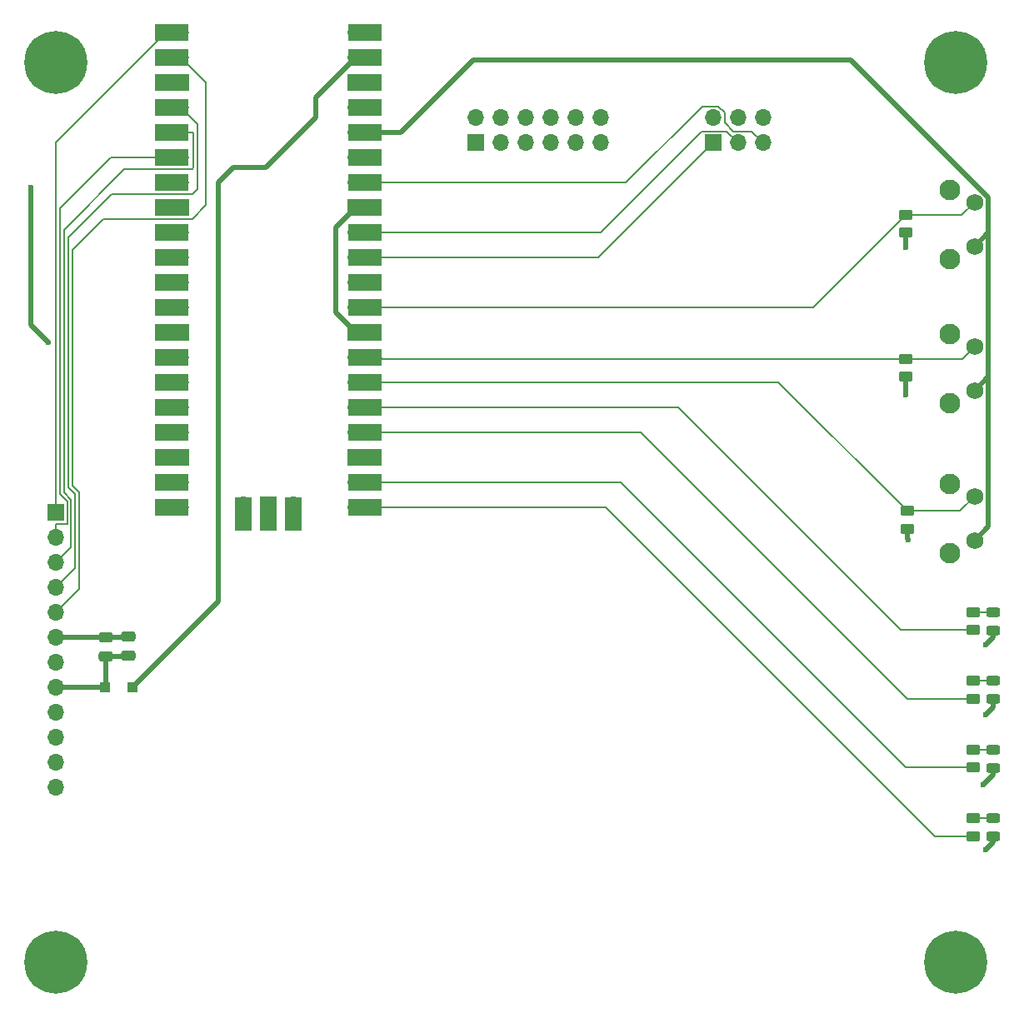
<source format=gbr>
%TF.GenerationSoftware,KiCad,Pcbnew,8.0.7-8.0.7-0~ubuntu22.04.1*%
%TF.CreationDate,2025-01-12T13:00:57-08:00*%
%TF.ProjectId,multichannelheaterdriver_mcu,6d756c74-6963-4686-916e-6e656c686561,rev?*%
%TF.SameCoordinates,Original*%
%TF.FileFunction,Copper,L1,Top*%
%TF.FilePolarity,Positive*%
%FSLAX46Y46*%
G04 Gerber Fmt 4.6, Leading zero omitted, Abs format (unit mm)*
G04 Created by KiCad (PCBNEW 8.0.7-8.0.7-0~ubuntu22.04.1) date 2025-01-12 13:00:57*
%MOMM*%
%LPD*%
G01*
G04 APERTURE LIST*
G04 Aperture macros list*
%AMRoundRect*
0 Rectangle with rounded corners*
0 $1 Rounding radius*
0 $2 $3 $4 $5 $6 $7 $8 $9 X,Y pos of 4 corners*
0 Add a 4 corners polygon primitive as box body*
4,1,4,$2,$3,$4,$5,$6,$7,$8,$9,$2,$3,0*
0 Add four circle primitives for the rounded corners*
1,1,$1+$1,$2,$3*
1,1,$1+$1,$4,$5*
1,1,$1+$1,$6,$7*
1,1,$1+$1,$8,$9*
0 Add four rect primitives between the rounded corners*
20,1,$1+$1,$2,$3,$4,$5,0*
20,1,$1+$1,$4,$5,$6,$7,0*
20,1,$1+$1,$6,$7,$8,$9,0*
20,1,$1+$1,$8,$9,$2,$3,0*%
G04 Aperture macros list end*
%TA.AperFunction,SMDPad,CuDef*%
%ADD10RoundRect,0.243750X0.456250X-0.243750X0.456250X0.243750X-0.456250X0.243750X-0.456250X-0.243750X0*%
%TD*%
%TA.AperFunction,ComponentPad*%
%ADD11C,2.100000*%
%TD*%
%TA.AperFunction,ComponentPad*%
%ADD12C,1.750000*%
%TD*%
%TA.AperFunction,SMDPad,CuDef*%
%ADD13RoundRect,0.250000X0.475000X-0.250000X0.475000X0.250000X-0.475000X0.250000X-0.475000X-0.250000X0*%
%TD*%
%TA.AperFunction,SMDPad,CuDef*%
%ADD14RoundRect,0.250000X0.450000X-0.262500X0.450000X0.262500X-0.450000X0.262500X-0.450000X-0.262500X0*%
%TD*%
%TA.AperFunction,SMDPad,CuDef*%
%ADD15RoundRect,0.250000X-0.450000X0.262500X-0.450000X-0.262500X0.450000X-0.262500X0.450000X0.262500X0*%
%TD*%
%TA.AperFunction,ComponentPad*%
%ADD16R,1.700000X1.700000*%
%TD*%
%TA.AperFunction,ComponentPad*%
%ADD17O,1.700000X1.700000*%
%TD*%
%TA.AperFunction,ComponentPad*%
%ADD18C,6.400000*%
%TD*%
%TA.AperFunction,SMDPad,CuDef*%
%ADD19R,3.500000X1.700000*%
%TD*%
%TA.AperFunction,SMDPad,CuDef*%
%ADD20R,1.700000X3.500000*%
%TD*%
%TA.AperFunction,SMDPad,CuDef*%
%ADD21RoundRect,0.250000X0.300000X0.300000X-0.300000X0.300000X-0.300000X-0.300000X0.300000X-0.300000X0*%
%TD*%
%TA.AperFunction,ViaPad*%
%ADD22C,0.600000*%
%TD*%
%TA.AperFunction,Conductor*%
%ADD23C,0.500000*%
%TD*%
%TA.AperFunction,Conductor*%
%ADD24C,0.200000*%
%TD*%
G04 APERTURE END LIST*
D10*
%TO.P,D4,1,K*%
%TO.N,GND*%
X100332500Y-83752500D03*
%TO.P,D4,2,A*%
%TO.N,Net-(D4-A)*%
X100332500Y-81877500D03*
%TD*%
D11*
%TO.P,SW2,*%
%TO.N,*%
X95937500Y-32670000D03*
X95937500Y-39680000D03*
D12*
%TO.P,SW2,1,A*%
%TO.N,/SW2*%
X98427500Y-33920000D03*
%TO.P,SW2,2,B*%
%TO.N,+3V3*%
X98427500Y-38420000D03*
%TD*%
D13*
%TO.P,C2,1*%
%TO.N,+5V*%
X12446000Y-65339000D03*
%TO.P,C2,2*%
%TO.N,GND*%
X12446000Y-63439000D03*
%TD*%
D14*
%TO.P,R7,1*%
%TO.N,Net-(U1-GPIO19)*%
X98298000Y-62738000D03*
%TO.P,R7,2*%
%TO.N,Net-(D5-A)*%
X98298000Y-60913000D03*
%TD*%
D15*
%TO.P,R5,1*%
%TO.N,/SW2*%
X91440000Y-35179000D03*
%TO.P,R5,2*%
%TO.N,GND*%
X91440000Y-37004000D03*
%TD*%
D10*
%TO.P,D5,1,K*%
%TO.N,GND*%
X100332500Y-62797500D03*
%TO.P,D5,2,A*%
%TO.N,Net-(D5-A)*%
X100332500Y-60922500D03*
%TD*%
D16*
%TO.P,J1,1,Pin_1*%
%TO.N,/~{RESET}*%
X5080000Y-50800000D03*
D17*
%TO.P,J1,2,Pin_2*%
%TO.N,/SDO*%
X5080000Y-53340000D03*
%TO.P,J1,3,Pin_3*%
%TO.N,/SDI*%
X5080000Y-55880000D03*
%TO.P,J1,4,Pin_4*%
%TO.N,/SCLK*%
X5080000Y-58420000D03*
%TO.P,J1,5,Pin_5*%
%TO.N,/~{CS}*%
X5080000Y-60960000D03*
%TO.P,J1,6,Pin_6*%
%TO.N,GND*%
X5080000Y-63500000D03*
%TO.P,J1,7,Pin_7*%
%TO.N,unconnected-(J1-Pin_7-Pad7)*%
X5080000Y-66040000D03*
%TO.P,J1,8,Pin_8*%
%TO.N,+5V*%
X5080000Y-68580000D03*
%TO.P,J1,9,Pin_9*%
%TO.N,/GPIO0{slash}~{ALARMIN}*%
X5080000Y-71120000D03*
%TO.P,J1,10,Pin_10*%
%TO.N,/GPIO1{slash}~{ALARMOUT}*%
X5080000Y-73660000D03*
%TO.P,J1,11,Pin_11*%
%TO.N,/GPIO2{slash}~{ADCTRIG}*%
X5080000Y-76200000D03*
%TO.P,J1,12,Pin_12*%
%TO.N,/GPIO3{slash}~{DAV}*%
X5080000Y-78740000D03*
%TD*%
D15*
%TO.P,R6,1*%
%TO.N,/SW3*%
X91567000Y-50649500D03*
%TO.P,R6,2*%
%TO.N,GND*%
X91567000Y-52474500D03*
%TD*%
D11*
%TO.P,SW3,*%
%TO.N,*%
X95937500Y-47910000D03*
X95937500Y-54920000D03*
D12*
%TO.P,SW3,1,A*%
%TO.N,/SW3*%
X98427500Y-49160000D03*
%TO.P,SW3,2,B*%
%TO.N,+3V3*%
X98427500Y-53660000D03*
%TD*%
D18*
%TO.P,H2,1,1*%
%TO.N,GND*%
X5080000Y-96520000D03*
%TD*%
D13*
%TO.P,C1,1*%
%TO.N,+5V*%
X10160000Y-65405000D03*
%TO.P,C1,2*%
%TO.N,GND*%
X10160000Y-63505000D03*
%TD*%
D11*
%TO.P,SW1,*%
%TO.N,*%
X95937500Y-18020000D03*
X95937500Y-25030000D03*
D12*
%TO.P,SW1,1,A*%
%TO.N,/SW1*%
X98427500Y-19270000D03*
%TO.P,SW1,2,B*%
%TO.N,+3V3*%
X98427500Y-23770000D03*
%TD*%
D16*
%TO.P,J3,1,Pin_1*%
%TO.N,/ADC0*%
X71882000Y-13208000D03*
D17*
%TO.P,J3,2,Pin_2*%
%TO.N,GND*%
X71882000Y-10668000D03*
%TO.P,J3,3,Pin_3*%
%TO.N,/ADC1*%
X74422000Y-13208000D03*
%TO.P,J3,4,Pin_4*%
%TO.N,GND*%
X74422000Y-10668000D03*
%TO.P,J3,5,Pin_5*%
%TO.N,/ADC2*%
X76962000Y-13208000D03*
%TO.P,J3,6,Pin_6*%
%TO.N,GND*%
X76962000Y-10668000D03*
%TD*%
D10*
%TO.P,D2,1,K*%
%TO.N,GND*%
X100332500Y-69782500D03*
%TO.P,D2,2,A*%
%TO.N,Net-(D2-A)*%
X100332500Y-67907500D03*
%TD*%
D16*
%TO.P,J2,1,Pin_1*%
%TO.N,/SPI1_SCK_I2C1_SDA_GP10*%
X47752000Y-13208000D03*
D17*
%TO.P,J2,2,Pin_2*%
%TO.N,GND*%
X47752000Y-10668000D03*
%TO.P,J2,3,Pin_3*%
%TO.N,/SPI1_TX_I2C1_SCL_GP11*%
X50292000Y-13208000D03*
%TO.P,J2,4,Pin_4*%
%TO.N,GND*%
X50292000Y-10668000D03*
%TO.P,J2,5,Pin_5*%
%TO.N,/UART0_TX_SPI1_RX_I2C0_SDA_GP12*%
X52832000Y-13208000D03*
%TO.P,J2,6,Pin_6*%
%TO.N,GND*%
X52832000Y-10668000D03*
%TO.P,J2,7,Pin_7*%
%TO.N,/UART0_RX_SPI1_CS_I2C0_SCL_GP13*%
X55372000Y-13208000D03*
%TO.P,J2,8,Pin_8*%
%TO.N,GND*%
X55372000Y-10668000D03*
%TO.P,J2,9,Pin_9*%
%TO.N,/SPI1_SCK_I2C1_SDA_GP14*%
X57912000Y-13208000D03*
%TO.P,J2,10,Pin_10*%
%TO.N,GND*%
X57912000Y-10668000D03*
%TO.P,J2,11,Pin_11*%
%TO.N,/SPI1_TX_I2C1_SCL_GP15*%
X60452000Y-13208000D03*
%TO.P,J2,12,Pin_12*%
%TO.N,GND*%
X60452000Y-10668000D03*
%TD*%
%TO.P,U1,1,GPIO0*%
%TO.N,/~{RESET}*%
X17780000Y-2032000D03*
D19*
X16880000Y-2032000D03*
D17*
%TO.P,U1,2,GPIO1*%
%TO.N,/~{CS}*%
X17780000Y-4572000D03*
D19*
X16880000Y-4572000D03*
D16*
%TO.P,U1,3,GND*%
%TO.N,GND*%
X17780000Y-7112000D03*
D19*
X16880000Y-7112000D03*
D17*
%TO.P,U1,4,GPIO2*%
%TO.N,/SCLK*%
X17780000Y-9652000D03*
D19*
X16880000Y-9652000D03*
D17*
%TO.P,U1,5,GPIO3*%
%TO.N,/SDI*%
X17780000Y-12192000D03*
D19*
X16880000Y-12192000D03*
D17*
%TO.P,U1,6,GPIO4*%
%TO.N,/SDO*%
X17780000Y-14732000D03*
D19*
X16880000Y-14732000D03*
D17*
%TO.P,U1,7,GPIO5*%
%TO.N,/GPIO0{slash}~{ALARMIN}*%
X17780000Y-17272000D03*
D19*
X16880000Y-17272000D03*
D16*
%TO.P,U1,8,GND*%
%TO.N,GND*%
X17780000Y-19812000D03*
D19*
X16880000Y-19812000D03*
D17*
%TO.P,U1,9,GPIO6*%
%TO.N,/GPIO1{slash}~{ALARMOUT}*%
X17780000Y-22352000D03*
D19*
X16880000Y-22352000D03*
D17*
%TO.P,U1,10,GPIO7*%
%TO.N,/GPIO2{slash}~{ADCTRIG}*%
X17780000Y-24892000D03*
D19*
X16880000Y-24892000D03*
D17*
%TO.P,U1,11,GPIO8*%
%TO.N,/GPIO3{slash}~{DAV}*%
X17780000Y-27432000D03*
D19*
X16880000Y-27432000D03*
D17*
%TO.P,U1,12,GPIO9*%
%TO.N,unconnected-(U1-GPIO9-Pad12)_1*%
X17780000Y-29972000D03*
D19*
%TO.N,unconnected-(U1-GPIO9-Pad12)*%
X16880000Y-29972000D03*
D16*
%TO.P,U1,13,GND*%
%TO.N,GND*%
X17780000Y-32512000D03*
D19*
X16880000Y-32512000D03*
D17*
%TO.P,U1,14,GPIO10*%
%TO.N,/SPI1_SCK_I2C1_SDA_GP10*%
X17780000Y-35052000D03*
D19*
X16880000Y-35052000D03*
D17*
%TO.P,U1,15,GPIO11*%
%TO.N,/SPI1_TX_I2C1_SCL_GP11*%
X17780000Y-37592000D03*
D19*
X16880000Y-37592000D03*
D17*
%TO.P,U1,16,GPIO12*%
%TO.N,/UART0_TX_SPI1_RX_I2C0_SDA_GP12*%
X17780000Y-40132000D03*
D19*
X16880000Y-40132000D03*
D17*
%TO.P,U1,17,GPIO13*%
%TO.N,/UART0_RX_SPI1_CS_I2C0_SCL_GP13*%
X17780000Y-42672000D03*
D19*
X16880000Y-42672000D03*
D16*
%TO.P,U1,18,GND*%
%TO.N,GND*%
X17780000Y-45212000D03*
D19*
X16880000Y-45212000D03*
D17*
%TO.P,U1,19,GPIO14*%
%TO.N,/SPI1_SCK_I2C1_SDA_GP14*%
X17780000Y-47752000D03*
D19*
X16880000Y-47752000D03*
D17*
%TO.P,U1,20,GPIO15*%
%TO.N,/SPI1_TX_I2C1_SCL_GP15*%
X17780000Y-50292000D03*
D19*
X16880000Y-50292000D03*
D17*
%TO.P,U1,21,GPIO16*%
%TO.N,Net-(U1-GPIO16)*%
X35560000Y-50292000D03*
D19*
X36460000Y-50292000D03*
D17*
%TO.P,U1,22,GPIO17*%
%TO.N,Net-(U1-GPIO17)*%
X35560000Y-47752000D03*
D19*
X36460000Y-47752000D03*
D16*
%TO.P,U1,23,GND*%
%TO.N,GND*%
X35560000Y-45212000D03*
D19*
X36460000Y-45212000D03*
D17*
%TO.P,U1,24,GPIO18*%
%TO.N,Net-(U1-GPIO18)*%
X35560000Y-42672000D03*
D19*
X36460000Y-42672000D03*
D17*
%TO.P,U1,25,GPIO19*%
%TO.N,Net-(U1-GPIO19)*%
X35560000Y-40132000D03*
D19*
X36460000Y-40132000D03*
D17*
%TO.P,U1,26,GPIO20*%
%TO.N,/SW3*%
X35560000Y-37592000D03*
D19*
X36460000Y-37592000D03*
D17*
%TO.P,U1,27,GPIO21*%
%TO.N,/SW2*%
X35560000Y-35052000D03*
D19*
X36460000Y-35052000D03*
D16*
%TO.P,U1,28,GND*%
%TO.N,GND*%
X35560000Y-32512000D03*
D19*
X36460000Y-32512000D03*
D17*
%TO.P,U1,29,GPIO22*%
%TO.N,/SW1*%
X35560000Y-29972000D03*
D19*
X36460000Y-29972000D03*
D17*
%TO.P,U1,30,RUN*%
%TO.N,unconnected-(U1-RUN-Pad30)_1*%
X35560000Y-27432000D03*
D19*
%TO.N,unconnected-(U1-RUN-Pad30)*%
X36460000Y-27432000D03*
D17*
%TO.P,U1,31,GPIO26_ADC0*%
%TO.N,/ADC0*%
X35560000Y-24892000D03*
D19*
X36460000Y-24892000D03*
D17*
%TO.P,U1,32,GPIO27_ADC1*%
%TO.N,/ADC1*%
X35560000Y-22352000D03*
D19*
X36460000Y-22352000D03*
D16*
%TO.P,U1,33,AGND*%
%TO.N,GND*%
X35560000Y-19812000D03*
D19*
X36460000Y-19812000D03*
D17*
%TO.P,U1,34,GPIO28_ADC2*%
%TO.N,/ADC2*%
X35560000Y-17272000D03*
D19*
X36460000Y-17272000D03*
D17*
%TO.P,U1,35,ADC_VREF*%
%TO.N,unconnected-(U1-ADC_VREF-Pad35)_1*%
X35560000Y-14732000D03*
D19*
%TO.N,unconnected-(U1-ADC_VREF-Pad35)*%
X36460000Y-14732000D03*
D17*
%TO.P,U1,36,3V3*%
%TO.N,+3V3*%
X35560000Y-12192000D03*
D19*
X36460000Y-12192000D03*
D17*
%TO.P,U1,37,3V3_EN*%
%TO.N,unconnected-(U1-3V3_EN-Pad37)_1*%
X35560000Y-9652000D03*
D19*
%TO.N,unconnected-(U1-3V3_EN-Pad37)*%
X36460000Y-9652000D03*
D16*
%TO.P,U1,38,GND*%
%TO.N,GND*%
X35560000Y-7112000D03*
D19*
X36460000Y-7112000D03*
D17*
%TO.P,U1,39,VSYS*%
%TO.N,Net-(D1-K)*%
X35560000Y-4572000D03*
D19*
X36460000Y-4572000D03*
D17*
%TO.P,U1,40,VBUS*%
%TO.N,unconnected-(U1-VBUS-Pad40)_1*%
X35560000Y-2032000D03*
D19*
%TO.N,unconnected-(U1-VBUS-Pad40)*%
X36460000Y-2032000D03*
D17*
%TO.P,U1,41,SWCLK*%
%TO.N,unconnected-(U1-SWCLK-Pad41)*%
X24130000Y-50062000D03*
D20*
%TO.N,unconnected-(U1-SWCLK-Pad41)_1*%
X24130000Y-50962000D03*
D16*
%TO.P,U1,42,GND*%
%TO.N,unconnected-(U1-GND-Pad42)_1*%
X26670000Y-50062000D03*
D20*
%TO.N,unconnected-(U1-GND-Pad42)*%
X26670000Y-50962000D03*
D17*
%TO.P,U1,43,SWDIO*%
%TO.N,unconnected-(U1-SWDIO-Pad43)_1*%
X29210000Y-50062000D03*
D20*
%TO.N,unconnected-(U1-SWDIO-Pad43)*%
X29210000Y-50962000D03*
%TD*%
D18*
%TO.P,H3,1,1*%
%TO.N,GND*%
X96520000Y-5080000D03*
%TD*%
D14*
%TO.P,R3,1*%
%TO.N,Net-(U1-GPIO16)*%
X98298000Y-83716500D03*
%TO.P,R3,2*%
%TO.N,Net-(D4-A)*%
X98298000Y-81891500D03*
%TD*%
D18*
%TO.P,H1,1,1*%
%TO.N,GND*%
X5080000Y-5080000D03*
%TD*%
D15*
%TO.P,R4,1*%
%TO.N,/SW1*%
X91440000Y-20550500D03*
%TO.P,R4,2*%
%TO.N,GND*%
X91440000Y-22375500D03*
%TD*%
D21*
%TO.P,D1,1,K*%
%TO.N,Net-(D1-K)*%
X12830000Y-68580000D03*
%TO.P,D1,2,A*%
%TO.N,+5V*%
X10030000Y-68580000D03*
%TD*%
D14*
%TO.P,R1,1*%
%TO.N,Net-(U1-GPIO18)*%
X98298000Y-69746500D03*
%TO.P,R1,2*%
%TO.N,Net-(D2-A)*%
X98298000Y-67921500D03*
%TD*%
D10*
%TO.P,D3,1,K*%
%TO.N,GND*%
X100332500Y-76767500D03*
%TO.P,D3,2,A*%
%TO.N,Net-(D3-A)*%
X100332500Y-74892500D03*
%TD*%
D14*
%TO.P,R2,1*%
%TO.N,Net-(U1-GPIO17)*%
X98298000Y-76708000D03*
%TO.P,R2,2*%
%TO.N,Net-(D3-A)*%
X98298000Y-74883000D03*
%TD*%
D18*
%TO.P,H4,1,1*%
%TO.N,GND*%
X96520000Y-96520000D03*
%TD*%
D22*
%TO.N,GND*%
X2540000Y-22860000D03*
X99568000Y-71374000D03*
X99314000Y-78486000D03*
X4318000Y-33528000D03*
X91440000Y-23876000D03*
X99568000Y-64262000D03*
X2540000Y-17780000D03*
X91694000Y-53594000D03*
X91440000Y-38862000D03*
X99568000Y-85090000D03*
%TD*%
D23*
%TO.N,+5V*%
X10030000Y-68580000D02*
X5080000Y-68580000D01*
X10160000Y-65405000D02*
X12380000Y-65405000D01*
X12380000Y-65405000D02*
X12446000Y-65339000D01*
X10160000Y-65405000D02*
X10160000Y-68450000D01*
X10160000Y-68450000D02*
X10030000Y-68580000D01*
%TO.N,GND*%
X100332500Y-69782500D02*
X100332500Y-70609500D01*
X2540000Y-22860000D02*
X2540000Y-31750000D01*
X2540000Y-17780000D02*
X2540000Y-22860000D01*
X100332500Y-84325500D02*
X99568000Y-85090000D01*
X100332500Y-63497500D02*
X99568000Y-64262000D01*
X100332500Y-77467500D02*
X99314000Y-78486000D01*
X100332500Y-62797500D02*
X100332500Y-63497500D01*
X91567000Y-52474500D02*
X91567000Y-53467000D01*
X91440000Y-37004000D02*
X91440000Y-38862000D01*
X33528000Y-21844000D02*
X33528000Y-30480000D01*
X100332500Y-76767500D02*
X100332500Y-77467500D01*
X2540000Y-31750000D02*
X4318000Y-33528000D01*
X33528000Y-30480000D02*
X35560000Y-32512000D01*
X100332500Y-70609500D02*
X99568000Y-71374000D01*
X5080000Y-63500000D02*
X12385000Y-63500000D01*
X35560000Y-19812000D02*
X33528000Y-21844000D01*
X100332500Y-83752500D02*
X100332500Y-84325500D01*
X91567000Y-53467000D02*
X91694000Y-53594000D01*
X91440000Y-22375500D02*
X91440000Y-23876000D01*
X12385000Y-63500000D02*
X12446000Y-63439000D01*
%TO.N,Net-(D1-K)*%
X23114000Y-15748000D02*
X26416000Y-15748000D01*
X31496000Y-10668000D02*
X31496000Y-8636000D01*
X26416000Y-15748000D02*
X31496000Y-10668000D01*
X12830000Y-68580000D02*
X21590000Y-59820000D01*
X21590000Y-59820000D02*
X21590000Y-17272000D01*
X31496000Y-8636000D02*
X35560000Y-4572000D01*
X21590000Y-17272000D02*
X23114000Y-15748000D01*
D24*
%TO.N,Net-(D2-A)*%
X98298000Y-67921500D02*
X100318500Y-67921500D01*
X100318500Y-67921500D02*
X100332500Y-67907500D01*
%TO.N,Net-(D3-A)*%
X100323000Y-74883000D02*
X100332500Y-74892500D01*
X98298000Y-74883000D02*
X100323000Y-74883000D01*
%TO.N,Net-(D4-A)*%
X98298000Y-81891500D02*
X100318500Y-81891500D01*
X100318500Y-81891500D02*
X100332500Y-81877500D01*
%TO.N,Net-(D5-A)*%
X100323000Y-60913000D02*
X100332500Y-60922500D01*
X98298000Y-60913000D02*
X100323000Y-60913000D01*
%TO.N,/SDO*%
X6230000Y-51950000D02*
X6230000Y-49650000D01*
X5480000Y-19920000D02*
X10668000Y-14732000D01*
X5480000Y-48900000D02*
X5480000Y-19920000D01*
X5080000Y-53340000D02*
X5080000Y-51950000D01*
X10668000Y-14732000D02*
X17780000Y-14732000D01*
X5080000Y-51950000D02*
X6230000Y-51950000D01*
X6230000Y-49650000D02*
X5480000Y-48900000D01*
%TO.N,/~{RESET}*%
X5080000Y-50800000D02*
X5080000Y-13172000D01*
X5080000Y-13172000D02*
X16220000Y-2032000D01*
X16220000Y-2032000D02*
X17780000Y-2032000D01*
%TO.N,/SCLK*%
X6350000Y-22860000D02*
X10788000Y-18422000D01*
X6350000Y-48260000D02*
X6350000Y-22860000D01*
X7030000Y-48940000D02*
X6350000Y-48260000D01*
X19450000Y-11322000D02*
X17780000Y-9652000D01*
X10788000Y-18422000D02*
X18930000Y-18422000D01*
X19450000Y-17902000D02*
X19450000Y-11322000D01*
X7030000Y-56470000D02*
X7030000Y-48940000D01*
X5080000Y-58420000D02*
X7030000Y-56470000D01*
X18930000Y-18422000D02*
X19450000Y-17902000D01*
%TO.N,/~{CS}*%
X7430000Y-58610000D02*
X7430000Y-48774315D01*
X18930000Y-20962000D02*
X20320000Y-19572000D01*
X5080000Y-60960000D02*
X7430000Y-58610000D01*
X6750000Y-24130000D02*
X9918000Y-20962000D01*
X7430000Y-48774315D02*
X6750000Y-48094315D01*
X6750000Y-48094315D02*
X6750000Y-24130000D01*
X20320000Y-7112000D02*
X17780000Y-4572000D01*
X20320000Y-19572000D02*
X20320000Y-7112000D01*
X9918000Y-20962000D02*
X18930000Y-20962000D01*
%TO.N,/SDI*%
X12058000Y-15882000D02*
X18930000Y-15882000D01*
X6630000Y-54330000D02*
X6630000Y-49484314D01*
X19050000Y-15762000D02*
X19050000Y-12192000D01*
X5880000Y-48734314D02*
X5880000Y-22060000D01*
X5080000Y-55880000D02*
X6630000Y-54330000D01*
X6630000Y-49484314D02*
X5880000Y-48734314D01*
X5880000Y-22060000D02*
X12058000Y-15882000D01*
X19050000Y-12192000D02*
X17780000Y-12192000D01*
X18930000Y-15882000D02*
X19050000Y-15762000D01*
%TO.N,/ADC1*%
X73272000Y-12058000D02*
X70732000Y-12058000D01*
X74422000Y-13208000D02*
X73272000Y-12058000D01*
X60438000Y-22352000D02*
X35560000Y-22352000D01*
X70732000Y-12058000D02*
X60438000Y-22352000D01*
%TO.N,/ADC0*%
X60198000Y-24892000D02*
X35560000Y-24892000D01*
X71882000Y-13208000D02*
X60198000Y-24892000D01*
%TO.N,/ADC2*%
X73032000Y-11144346D02*
X73032000Y-10191654D01*
X76962000Y-13208000D02*
X75812000Y-12058000D01*
X70746000Y-9518000D02*
X62992000Y-17272000D01*
X73945654Y-12058000D02*
X73032000Y-11144346D01*
X73032000Y-10191654D02*
X72358346Y-9518000D01*
X62992000Y-17272000D02*
X35560000Y-17272000D01*
X72358346Y-9518000D02*
X70746000Y-9518000D01*
X75812000Y-12058000D02*
X73945654Y-12058000D01*
%TO.N,Net-(U1-GPIO18)*%
X35560000Y-42672000D02*
X64516000Y-42672000D01*
X64516000Y-42672000D02*
X91590500Y-69746500D01*
X91590500Y-69746500D02*
X98298000Y-69746500D01*
%TO.N,Net-(U1-GPIO17)*%
X35560000Y-47752000D02*
X62484000Y-47752000D01*
X91440000Y-76708000D02*
X98298000Y-76708000D01*
X62484000Y-47752000D02*
X91440000Y-76708000D01*
%TO.N,Net-(U1-GPIO16)*%
X60960000Y-50292000D02*
X94384500Y-83716500D01*
X94384500Y-83716500D02*
X98298000Y-83716500D01*
X35560000Y-50292000D02*
X60960000Y-50292000D01*
%TO.N,/SW1*%
X82018500Y-29972000D02*
X91440000Y-20550500D01*
X97147000Y-20550500D02*
X91440000Y-20550500D01*
X98427500Y-19270000D02*
X97147000Y-20550500D01*
X35560000Y-29972000D02*
X82018500Y-29972000D01*
%TO.N,/SW2*%
X91440000Y-35179000D02*
X97168500Y-35179000D01*
X97168500Y-35179000D02*
X98427500Y-33920000D01*
X35560000Y-35052000D02*
X38100000Y-35052000D01*
X38100000Y-35052000D02*
X38227000Y-35179000D01*
X38227000Y-35179000D02*
X91440000Y-35179000D01*
%TO.N,/SW3*%
X78509500Y-37592000D02*
X91567000Y-50649500D01*
X91567000Y-50649500D02*
X96938000Y-50649500D01*
X96938000Y-50649500D02*
X98427500Y-49160000D01*
X35560000Y-37592000D02*
X78509500Y-37592000D01*
%TO.N,Net-(U1-GPIO19)*%
X90932000Y-62738000D02*
X98298000Y-62738000D01*
X68326000Y-40132000D02*
X90932000Y-62738000D01*
X35560000Y-40132000D02*
X68326000Y-40132000D01*
D23*
%TO.N,+3V3*%
X98427500Y-38420000D02*
X99822000Y-37025500D01*
X99822000Y-52265500D02*
X98427500Y-53660000D01*
X99822000Y-22098000D02*
X99822000Y-22375500D01*
X85857333Y-4826000D02*
X99822000Y-18790667D01*
X99822000Y-18790667D02*
X99822000Y-22098000D01*
X99822000Y-36830000D02*
X99822000Y-52265500D01*
X99822000Y-37025500D02*
X99822000Y-36830000D01*
X99822000Y-22375500D02*
X98427500Y-23770000D01*
X40132000Y-12192000D02*
X47498000Y-4826000D01*
X35560000Y-12192000D02*
X40132000Y-12192000D01*
X99822000Y-22098000D02*
X99822000Y-36830000D01*
X47498000Y-4826000D02*
X85857333Y-4826000D01*
%TD*%
M02*

</source>
